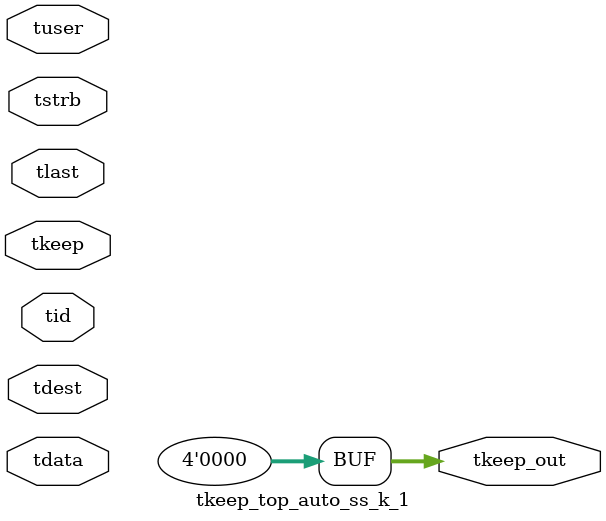
<source format=v>


`timescale 1ps/1ps

module tkeep_top_auto_ss_k_1 #
(
parameter C_S_AXIS_TDATA_WIDTH = 32,
parameter C_S_AXIS_TUSER_WIDTH = 0,
parameter C_S_AXIS_TID_WIDTH   = 0,
parameter C_S_AXIS_TDEST_WIDTH = 0,
parameter C_M_AXIS_TDATA_WIDTH = 32
)
(
input  [(C_S_AXIS_TDATA_WIDTH == 0 ? 1 : C_S_AXIS_TDATA_WIDTH)-1:0     ] tdata,
input  [(C_S_AXIS_TUSER_WIDTH == 0 ? 1 : C_S_AXIS_TUSER_WIDTH)-1:0     ] tuser,
input  [(C_S_AXIS_TID_WIDTH   == 0 ? 1 : C_S_AXIS_TID_WIDTH)-1:0       ] tid,
input  [(C_S_AXIS_TDEST_WIDTH == 0 ? 1 : C_S_AXIS_TDEST_WIDTH)-1:0     ] tdest,
input  [(C_S_AXIS_TDATA_WIDTH/8)-1:0 ] tkeep,
input  [(C_S_AXIS_TDATA_WIDTH/8)-1:0 ] tstrb,
input                                                                    tlast,
output [(C_M_AXIS_TDATA_WIDTH/8)-1:0 ] tkeep_out
);

assign tkeep_out = {1'b0};

endmodule


</source>
